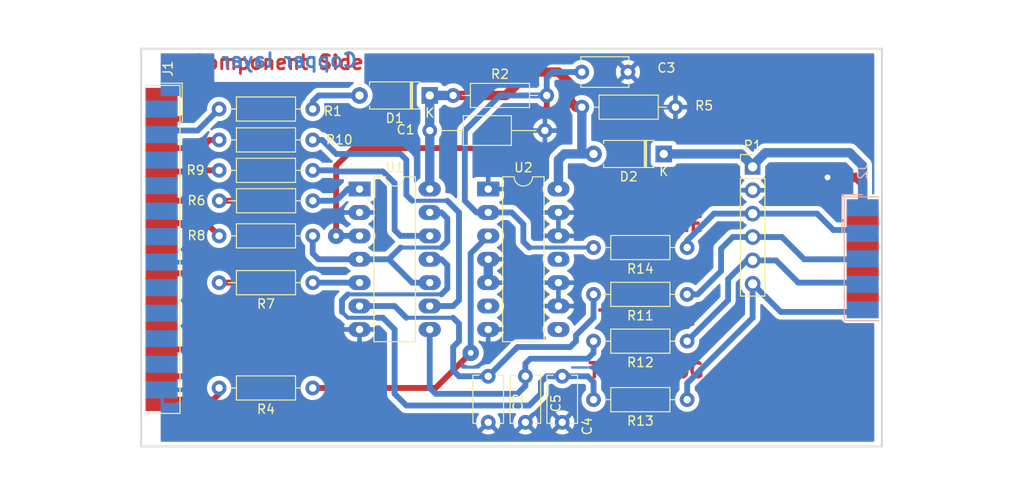
<source format=kicad_pcb>
(kicad_pcb (version 20221018) (generator pcbnew)
  (title_block (rev "1") (company "Kicad Demo"))
  (layers (0 "F.Cu" signal "top_copper") (31 "B.Cu" signal "bottom_copper") (34 "B.Paste" user) (35 "F.Paste" user) (36 "B.SilkS" user "B.Silkscreen") (37 "F.SilkS" user "F.Silkscreen") (38 "B.Mask" user) (39 "F.Mask" user) (44 "Edge.Cuts" user))
  (net 0 "")
  (net 1 "/CLK-D1")
  (net 2 "/CTRL-D3")
  (net 3 "/DONE-SELECT*")
  (net 4 "/PWR_3,3-5V")
  (net 5 "/TCK-CCLK")
  (net 6 "/TD0-DONE")
  (net 7 "/TD0-PROG-D4")
  (net 8 "/TDI-DIN")
  (net 9 "/TDI-DIN-D0")
  (net 10 "/TMS-PROG")
  (net 11 "/TMS-PROG-D2")
  (net 12 "/VCC_SENSE-ERROR*")
  (net 13 "GND")
  (net 14 "VCC")
  (net 15 "Net-(C3-Pad1)")
  (net 16 "Net-(R4-Pad1)")
  (net 20 "Net-(R6-Pad1)")
  (net 21 "Net-(R8-Pad1)")
  (net 22 "Net-(R7-Pad1)")
  (net 23 "Net-(C2-Pad1)")
  (net 24 "Net-(C5-Pad1)")
  (net 25 "Net-(R10-Pad1)")
  (net 26 "Net-(C4-Pad1)")
  (net 27 "Net-(R9-Pad1)")
  (net 28 "Net-(D1-Pad2)")
  (net 29 "Net-(J1-Pad11)")
  (footprint "Resistor_THT:R_Axial_DIN0207_L6.3mm_D2.5mm_P10.16mm_Horizontal" (layer "F.Cu") (at 162.56 88.9 180)
    (fp_text reference "R14" (at 5.08 -2.31 180) (layer "F.SilkS"))
    (fp_text value "100")
    (fp_line (start 0.98 0) (end 1.87 0) (stroke (width 0.12)) (layer "F.SilkS"))
    (fp_line (start 1.87 -1.31) (end 1.87 1.31) (stroke (width 0.12)) (layer "F.SilkS"))
    (fp_line (start 1.87 1.31) (end 8.29 1.31) (stroke (width 0.12)) (layer "F.SilkS"))
    (fp_line (start 8.29 -1.31) (end 1.87 -1.31) (stroke (width 0.12)) (layer "F.SilkS"))
    (fp_line (start 8.29 1.31) (end 8.29 -1.31) (stroke (width 0.12)) (layer "F.SilkS"))
    (fp_line (start 9.18 0) (end 8.29 0) (stroke (width 0.12)) (layer "F.SilkS"))
    (pad "1" thru_hole circle (at 0 0 180) (size 1.6 1.6) (drill 0.8) (layers "*.Cu" "*.Mask") (net 6 "/TD0-DONE"))
    (pad "2" thru_hole oval (at 10.16 0 180) (size 1.6 1.6) (drill 0.8) (layers "*.Cu" "*.Mask") (net 15 "Net-(C3-Pad1)"))
  )
  (footprint "Resistor_THT:R_Axial_DIN0207_L6.3mm_D2.5mm_P10.16mm_Horizontal" (layer "F.Cu") (at 121.92 80.518 180)
    (fp_text reference "R9" (at 12.72 0.018 180) (layer "F.SilkS"))
    (fp_text value "100")
    (fp_line (start 0.98 0) (end 1.87 0) (stroke (width 0.12)) (layer "F.SilkS"))
    (fp_line (start 1.87 -1.31) (end 1.87 1.31) (stroke (width 0.12)) (layer "F.SilkS"))
    (fp_line (start 1.87 1.31) (end 8.29 1.31) (stroke (width 0.12)) (layer "F.SilkS"))
    (fp_line (start 8.29 -1.31) (end 1.87 -1.31) (stroke (width 0.12)) (layer "F.SilkS"))
    (fp_line (start 8.29 1.31) (end 8.29 -1.31) (stroke (width 0.12)) (layer "F.SilkS"))
    (fp_line (start 9.18 0) (end 8.29 0) (stroke (width 0.12)) (layer "F.SilkS"))
    (pad "1" thru_hole circle (at 0 0 180) (size 1.6 1.6) (drill 0.8) (layers "*.Cu" "*.Mask") (net 27 "Net-(R9-Pad1)"))
    (pad "2" thru_hole oval (at 10.16 0 180) (size 1.6 1.6) (drill 0.8) (layers "*.Cu" "*.Mask") (net 11 "/TMS-PROG-D2"))
  )
  (footprint "Resistor_THT:R_Axial_DIN0207_L6.3mm_D2.5mm_P10.16mm_Horizontal" (layer "F.Cu") (at 121.92 104.14 180)
    (fp_text reference "R4" (at 5.08 -2.31 180) (layer "F.SilkS"))
    (fp_text value "47")
    (fp_line (start 0.98 0) (end 1.87 0) (stroke (width 0.12)) (layer "F.SilkS"))
    (fp_line (start 1.87 -1.31) (end 1.87 1.31) (stroke (width 0.12)) (layer "F.SilkS"))
    (fp_line (start 1.87 1.31) (end 8.29 1.31) (stroke (width 0.12)) (layer "F.SilkS"))
    (fp_line (start 8.29 -1.31) (end 1.87 -1.31) (stroke (width 0.12)) (layer "F.SilkS"))
    (fp_line (start 8.29 1.31) (end 8.29 -1.31) (stroke (width 0.12)) (layer "F.SilkS"))
    (fp_line (start 9.18 0) (end 8.29 0) (stroke (width 0.12)) (layer "F.SilkS"))
    (pad "1" thru_hole circle (at 0 0 180) (size 1.6 1.6) (drill 0.8) (layers "*.Cu" "*.Mask") (net 16 "Net-(R4-Pad1)"))
    (pad "2" thru_hole oval (at 10.16 0 180) (size 1.6 1.6) (drill 0.8) (layers "*.Cu" "*.Mask") (net 3 "/DONE-SELECT*"))
  )
  (footprint "Resistor_THT:R_Axial_DIN0207_L6.3mm_D2.5mm_P10.16mm_Horizontal" (layer "F.Cu") (at 162.56 105.41 180)
    (fp_text reference "R13" (at 5.08 -2.31 180) (layer "F.SilkS"))
    (fp_text value "100")
    (fp_line (start 0.98 0) (end 1.87 0) (stroke (width 0.12)) (layer "F.SilkS"))
    (fp_line (start 1.87 -1.31) (end 1.87 1.31) (stroke (width 0.12)) (layer "F.SilkS"))
    (fp_line (start 1.87 1.31) (end 8.29 1.31) (stroke (width 0.12)) (layer "F.SilkS"))
    (fp_line (start 8.29 -1.31) (end 1.87 -1.31) (stroke (width 0.12)) (layer "F.SilkS"))
    (fp_line (start 8.29 1.31) (end 8.29 -1.31) (stroke (width 0.12)) (layer "F.SilkS"))
    (fp_line (start 9.18 0) (end 8.29 0) (stroke (width 0.12)) (layer "F.SilkS"))
    (pad "1" thru_hole circle (at 0 0 180) (size 1.6 1.6) (drill 0.8) (layers "*.Cu" "*.Mask") (net 10 "/TMS-PROG"))
    (pad "2" thru_hole oval (at 10.16 0 180) (size 1.6 1.6) (drill 0.8) (layers "*.Cu" "*.Mask") (net 26 "Net-(C4-Pad1)"))
  )
  (footprint "Resistor_THT:R_Axial_DIN0207_L6.3mm_D2.5mm_P10.16mm_Horizontal" (layer "F.Cu") (at 162.56 99.06 180)
    (fp_text reference "R12" (at 5.08 -2.31 180) (layer "F.SilkS"))
    (fp_text value "100")
    (fp_line (start 0.98 0) (end 1.87 0) (stroke (width 0.12)) (layer "F.SilkS"))
    (fp_line (start 1.87 -1.31) (end 1.87 1.31) (stroke (width 0.12)) (layer "F.SilkS"))
    (fp_line (start 1.87 1.31) (end 8.29 1.31) (stroke (width 0.12)) (layer "F.SilkS"))
    (fp_line (start 8.29 -1.31) (end 1.87 -1.31) (stroke (width 0.12)) (layer "F.SilkS"))
    (fp_line (start 8.29 1.31) (end 8.29 -1.31) (stroke (width 0.12)) (layer "F.SilkS"))
    (fp_line (start 9.18 0) (end 8.29 0) (stroke (width 0.12)) (layer "F.SilkS"))
    (pad "1" thru_hole circle (at 0 0 180) (size 1.6 1.6) (drill 0.8) (layers "*.Cu" "*.Mask") (net 5 "/TCK-CCLK"))
    (pad "2" thru_hole oval (at 10.16 0 180) (size 1.6 1.6) (drill 0.8) (layers "*.Cu" "*.Mask") (net 24 "Net-(C5-Pad1)"))
  )
  (footprint "Resistor_THT:R_Axial_DIN0207_L6.3mm_D2.5mm_P10.16mm_Horizontal" (layer "F.Cu") (at 162.56 93.98 180)
    (fp_text reference "R11" (at 5.08 -2.31 180) (layer "F.SilkS"))
    (fp_text value "100")
    (fp_line (start 0.98 0) (end 1.87 0) (stroke (width 0.12)) (layer "F.SilkS"))
    (fp_line (start 1.87 -1.31) (end 1.87 1.31) (stroke (width 0.12)) (layer "F.SilkS"))
    (fp_line (start 1.87 1.31) (end 8.29 1.31) (stroke (width 0.12)) (layer "F.SilkS"))
    (fp_line (start 8.29 -1.31) (end 1.87 -1.31) (stroke (width 0.12)) (layer "F.SilkS"))
    (fp_line (start 8.29 1.31) (end 8.29 -1.31) (stroke (width 0.12)) (layer "F.SilkS"))
    (fp_line (start 9.18 0) (end 8.29 0) (stroke (width 0.12)) (layer "F.SilkS"))
    (pad "1" thru_hole circle (at 0 0 180) (size 1.6 1.6) (drill 0.8) (layers "*.Cu" "*.Mask") (net 8 "/TDI-DIN"))
    (pad "2" thru_hole oval (at 10.16 0 180) (size 1.6 1.6) (drill 0.8) (layers "*.Cu" "*.Mask") (net 23 "Net-(C2-Pad1)"))
  )
  (footprint "Resistor_THT:R_Axial_DIN0207_L6.3mm_D2.5mm_P10.16mm_Horizontal" (layer "F.Cu") (at 121.92 87.63 180)
    (fp_text reference "R8" (at 12.62 0.03 180) (layer "F.SilkS"))
    (fp_text value "100")
    (fp_line (start 0.98 0) (end 1.87 0) (stroke (width 0.12)) (layer "F.SilkS"))
    (fp_line (start 1.87 -1.31) (end 1.87 1.31) (stroke (width 0.12)) (layer "F.SilkS"))
    (fp_line (start 1.87 1.31) (end 8.29 1.31) (stroke (width 0.12)) (layer "F.SilkS"))
    (fp_line (start 8.29 -1.31) (end 1.87 -1.31) (stroke (width 0.12)) (layer "F.SilkS"))
    (fp_line (start 8.29 1.31) (end 8.29 -1.31) (stroke (width 0.12)) (layer "F.SilkS"))
    (fp_line (start 9.18 0) (end 8.29 0) (stroke (width 0.12)) (layer "F.SilkS"))
    (pad "1" thru_hole circle (at 0 0 180) (size 1.6 1.6) (drill 0.8) (layers "*.Cu" "*.Mask") (net 21 "Net-(R8-Pad1)"))
    (pad "2" thru_hole oval (at 10.16 0 180) (size 1.6 1.6) (drill 0.8) (layers "*.Cu" "*.Mask") (net 2 "/CTRL-D3"))
  )
  (footprint "Resistor_THT:R_Axial_DIN0207_L6.3mm_D2.5mm_P10.16mm_Horizontal" (layer "F.Cu") (at 121.92 92.71 180)
    (fp_text reference "R7" (at 5.08 -2.31 180) (layer "F.SilkS"))
    (fp_text value "100")
    (fp_line (start 0.98 0) (end 1.87 0) (stroke (width 0.12)) (layer "F.SilkS"))
    (fp_line (start 1.87 -1.31) (end 1.87 1.31) (stroke (width 0.12)) (layer "F.SilkS"))
    (fp_line (start 1.87 1.31) (end 8.29 1.31) (stroke (width 0.12)) (layer "F.SilkS"))
    (fp_line (start 8.29 -1.31) (end 1.87 -1.31) (stroke (width 0.12)) (layer "F.SilkS"))
    (fp_line (start 8.29 1.31) (end 8.29 -1.31) (stroke (width 0.12)) (layer "F.SilkS"))
    (fp_line (start 9.18 0) (end 8.29 0) (stroke (width 0.12)) (layer "F.SilkS"))
    (pad "1" thru_hole circle (at 0 0 180) (size 1.6 1.6) (drill 0.8) (layers "*.Cu" "*.Mask") (net 22 "Net-(R7-Pad1)"))
    (pad "2" thru_hole oval (at 10.16 0 180) (size 1.6 1.6) (drill 0.8) (layers "*.Cu" "*.Mask") (net 9 "/TDI-DIN-D0"))
  )
  (footprint "Resistor_THT:R_Axial_DIN0207_L6.3mm_D2.5mm_P10.16mm_Horizontal" (layer "F.Cu") (at 121.9327 83.82 180)
    (fp_text reference "R6" (at 12.6327 0.02 180) (layer "F.SilkS"))
    (fp_text value "100")
    (fp_line (start 0.98 0) (end 1.87 0) (stroke (width 0.12)) (layer "F.SilkS"))
    (fp_line (start 1.87 -1.31) (end 1.87 1.31) (stroke (width 0.12)) (layer "F.SilkS"))
    (fp_line (start 1.87 1.31) (end 8.29 1.31) (stroke (width 0.12)) (layer "F.SilkS"))
    (fp_line (start 8.29 -1.31) (end 1.87 -1.31) (stroke (width 0.12)) (layer "F.SilkS"))
    (fp_line (start 8.29 1.31) (end 8.29 -1.31) (stroke (width 0.12)) (layer "F.SilkS"))
    (fp_line (start 9.18 0) (end 8.29 0) (stroke (width 0.12)) (layer "F.SilkS"))
    (pad "1" thru_hole circle (at 0 0 180) (size 1.6 1.6) (drill 0.8) (layers "*.Cu" "*.Mask") (net 20 "Net-(R6-Pad1)"))
    (pad "2" thru_hole oval (at 10.16 0 180) (size 1.6 1.6) (drill 0.8) (layers "*.Cu" "*.Mask") (net 7 "/TD0-PROG-D4"))
  )
  (footprint "Resistor_THT:R_Axial_DIN0207_L6.3mm_D2.5mm_P10.16mm_Horizontal" (layer "F.Cu") (at 137.16 72.39)
    (fp_text reference "R2" (at 5.08 -2.31) (layer "F.SilkS"))
    (fp_text value "5,1K")
    (fp_line (start 0.98 0) (end 1.87 0) (stroke (width 0.12)) (layer "F.SilkS"))
    (fp_line (start 1.87 -1.31) (end 1.87 1.31) (stroke (width 0.12)) (layer "F.SilkS"))
    (fp_line (start 1.87 1.31) (end 8.29 1.31) (stroke (width 0.12)) (layer "F.SilkS"))
    (fp_line (start 8.29 -1.31) (end 1.87 -1.31) (stroke (width 0.12)) (layer "F.SilkS"))
    (fp_line (start 8.29 1.31) (end 8.29 -1.31) (stroke (width 0.12)) (layer "F.SilkS"))
    (fp_line (start 9.18 0) (end 8.29 0) (stroke (width 0.12)) (layer "F.SilkS"))
    (pad "1" thru_hole circle (at 0 0) (size 1.6 1.6) (drill 0.8) (layers "*.Cu" "*.Mask") (net 14 "VCC"))
    (pad "2" thru_hole oval (at 10.16 0) (size 1.6 1.6) (drill 0.8) (layers "*.Cu" "*.Mask") (net 15 "Net-(C3-Pad1)"))
  )
  (footprint "Resistor_THT:R_Axial_DIN0207_L6.3mm_D2.5mm_P10.16mm_Horizontal" (layer "F.Cu") (at 151.13 73.66)
    (fp_text reference "R5" (at 13.27 -0.16) (layer "F.SilkS"))
    (fp_text value "1K")
    (fp_line (start 0.98 0) (end 1.87 0) (stroke (width 0.12)) (layer "F.SilkS"))
    (fp_line (start 1.87 -1.31) (end 1.87 1.31) (stroke (width 0.12)) (layer "F.SilkS"))
    (fp_line (start 1.87 1.31) (end 8.29 1.31) (stroke (width 0.12)) (layer "F.SilkS"))
    (fp_line (start 8.29 -1.31) (end 1.87 -1.31) (stroke (width 0.12)) (layer "F.SilkS"))
    (fp_line (start 8.29 1.31) (end 8.29 -1.31) (stroke (width 0.12)) (layer "F.SilkS"))
    (fp_line (start 9.18 0) (end 8.29 0) (stroke (width 0.12)) (layer "F.SilkS"))
    (pad "1" thru_hole circle (at 0 0) (size 1.6 1.6) (drill 0.8) (layers "*.Cu" "*.Mask") (net 14 "VCC"))
    (pad "2" thru_hole oval (at 10.16 0) (size 1.6 1.6) (drill 0.8) (layers "*.Cu" "*.Mask") (net 13 "GND"))
  )
  (footprint "Resistor_THT:R_Axial_DIN0207_L6.3mm_D2.5mm_P10.16mm_Horizontal" (layer "F.Cu") (at 121.92 77.216 180)
    (fp_text reference "R10" (at -2.88 0.016 180) (layer "F.SilkS"))
    (fp_text value "100")
    (fp_line (start 0.98 0) (end 1.87 0) (stroke (width 0.12)) (layer "F.SilkS"))
    (fp_line (start 1.87 -1.31) (end 1.87 1.31) (stroke (width 0.12)) (layer "F.SilkS"))
    (fp_line (start 1.87 1.31) (end 8.29 1.31) (stroke (width 0.12)) (layer "F.SilkS"))
    (fp_line (start 8.29 -1.31) (end 1.87 -1.31) (stroke (width 0.12)) (layer "F.SilkS"))
    (fp_line (start 8.29 1.31) (end 8.29 -1.31) (stroke (width 0.12)) (layer "F.SilkS"))
    (fp_line (start 9.18 0) (end 8.29 0) (stroke (width 0.12)) (layer "F.SilkS"))
    (pad "1" thru_hole circle (at 0 0 180) (size 1.6 1.6) (drill 0.8) (layers "*.Cu" "*.Mask") (net 25 "Net-(R10-Pad1)"))
    (pad "2" thru_hole oval (at 10.16 0 180) (size 1.6 1.6) (drill 0.8) (layers "*.Cu" "*.Mask") (net 1 "/CLK-D1"))
  )
  (footprint "Diode_THT:D_A-405_P7.62mm_Horizontal" (layer "F.Cu") (at 160.02 78.74 180)
    (fp_text reference "D2" (at 3.81 -2.47 180) (layer "F.SilkS"))
    (fp_text value "BAT46")
    (fp_text user "K" (at 0 -1.9 180) (layer "F.SilkS"))
    (fp_line (start 1.09 -1.47) (end 6.53 -1.47) (stroke (width 0.12)) (layer "F.SilkS"))
    (fp_line (start 1.09 -1.14) (end 1.09 -1.47) (stroke (width 0.12)) (layer "F.SilkS"))
    (fp_line (start 1.09 1.14) (end 1.09 1.47) (stroke (width 0.12)) (layer "F.SilkS"))
    (fp_line (start 1.09 1.47) (end 6.53 1.47) (stroke (width 0.12)) (layer "F.SilkS"))
    (fp_line (start 1.87 -1.47) (end 1.87 1.47) (stroke (width 0.12)) (layer "F.SilkS"))
    (fp_line (start 1.99 -1.47) (end 1.99 1.47) (stroke (width 0.12)) (layer "F.SilkS"))
    (fp_line (start 2.11 -1.47) (end 2.11 1.47) (stroke (width 0.12)) (layer "F.SilkS"))
    (fp_line (start 6.53 -1.47) (end 6.53 -1.14) (stroke (width 0.12)) (layer "F.SilkS"))
    (fp_line (start 6.53 1.47) (end 6.53 1.14) (stroke (width 0.12)) (layer "F.SilkS"))
    (pad "1" thru_hole rect (at 0 0 180) (size 1.8 1.8) (drill 0.9) (layers "*.Cu" "*.Mask") (net 4 "/PWR_3,3-5V"))
    (pad "2" thru_hole oval (at 7.62 0 180) (size 1.8 1.8) (drill 0.9) (layers "*.Cu" "*.Mask") (net 14 "VCC"))
  )
  (footprint "Diode_THT:D_A-405_P7.62mm_Horizontal" (layer "F.Cu") (at 134.62 72.39 180)
    (fp_text reference "D1" (at 3.81 -2.47 180) (layer "F.SilkS"))
    (fp_text value "BAT46")
    (fp_text user "K" (at 0 -1.9 180) (layer "F.SilkS"))
    (fp_line (start 1.09 -1.47) (end 6.53 -1.47) (stroke (width 0.12)) (layer "F.SilkS"))
    (fp_line (start 1.09 -1.14) (end 1.09 -1.47) (stroke (width 0.12)) (layer "F.SilkS"))
    (fp_line (start 1.09 1.14) (end 1.09 1.47) (stroke (width 0.12)) (layer "F.SilkS"))
    (fp_line (start 1.09 1.47) (end 6.53 1.47) (stroke (width 0.12)) (layer "F.SilkS"))
    (fp_line (start 1.87 -1.47) (end 1.87 1.47) (stroke (width 0.12)) (layer "F.SilkS"))
    (fp_line (start 1.99 -1.47) (end 1.99 1.47) (stroke (width 0.12)) (layer "F.SilkS"))
    (fp_line (start 2.11 -1.47) (end 2.11 1.47) (stroke (width 0.12)) (layer "F.SilkS"))
    (fp_line (start 6.53 -1.47) (end 6.53 -1.14) (stroke (width 0.12)) (layer "F.SilkS"))
    (fp_line (start 6.53 1.47) (end 6.53 1.14) (stroke (width 0.12)) (layer "F.SilkS"))
    (pad "1" thru_hole rect (at 0 0 180) (size 1.8 1.8) (drill 0.9) (layers "*.Cu" "*.Mask") (net 14 "VCC"))
    (pad "2" thru_hole oval (at 7.62 0 180) (size 1.8 1.8) (drill 0.9) (layers "*.Cu" "*.Mask") (net 28 "Net-(D1-Pad2)"))
  )
  (footprint "Resistor_THT:R_Axial_DIN0207_L6.3mm_D2.5mm_P10.16mm_Horizontal" (layer "F.Cu") (at 121.92 73.8632 180)
    (fp_text reference "R1" (at -2.18 -0.2368 180) (layer "F.SilkS"))
    (fp_text value "100")
    (fp_line (start 0.98 0) (end 1.87 0) (stroke (width 0.12)) (layer "F.SilkS"))
    (fp_line (start 1.87 -1.31) (end 1.87 1.31) (stroke (width 0.12)) (layer "F.SilkS"))
    (fp_line (start 1.87 1.31) (end 8.29 1.31) (stroke (width 0.12)) (layer "F.SilkS"))
    (fp_line (start 8.29 -1.31) (end 1.87 -1.31) (stroke (width 0.12)) (layer "F.SilkS"))
    (fp_line (start 8.29 1.31) (end 8.29 -1.31) (stroke (width 0.12)) (layer "F.SilkS"))
    (fp_line (start 9.18 0) (end 8.29 0) (stroke (width 0.12)) (layer "F.SilkS"))
    (pad "1" thru_hole circle (at 0 0 180) (size 1.6 1.6) (drill 0.8) (layers "*.Cu" "*.Mask") (net 28 "Net-(D1-Pad2)"))
    (pad "2" thru_hole oval (at 10.16 0 180) (size 1.6 1.6) (drill 0.8) (layers "*.Cu" "*.Mask") (net 12 "/VCC_SENSE-ERROR*"))
  )
  (footprint "Capacitor_THT:C_Axial_L5.1mm_D3.1mm_P12.50mm_Horizontal" (layer "F.Cu") (at 134.62 76.2)
    (fp_text reference "C1" (at -2.62 -0.1) (layer "F.SilkS"))
    (fp_text value "1uF")
    (fp_line (start 0.98 0) (end 3.64 0) (stroke (width 0.12)) (layer "F.SilkS"))
    (fp_line (start 3.64 -1.61) (end 3.64 1.61) (stroke (width 0.12)) (layer "F.SilkS"))
    (fp_line (start 3.64 1.61) (end 8.86 1.61) (stroke (width 0.12)) (layer "F.SilkS"))
    (fp_line (start 8.86 -1.61) (end 3.64 -1.61) (stroke (width 0.12)) (layer "F.SilkS"))
    (fp_line (start 8.86 1.61) (end 8.86 -1.61) (stroke (width 0.12)) (layer "F.SilkS"))
    (fp_line (start 11.52 0) (end 8.86 0) (stroke (width 0.12)) (layer "F.SilkS"))
    (pad "1" thru_hole circle (at 0 0) (size 1.6 1.6) (drill 0.8) (layers "*.Cu" "*.Mask") (net 14 "VCC"))
    (pad "2" thru_hole oval (at 12.5 0) (size 1.6 1.6) (drill 0.8) (layers "*.Cu" "*.Mask") (net 13 "GND"))
  )
  (footprint "Connector_PinHeader_2.54mm:PinHeader_1x06_P2.54mm_Vertical" (layer "F.Cu") (at 169.672 80.137)
    (fp_text reference "P1" (at 0 -2.33) (layer "F.SilkS"))
    (fp_text value "CONN_6")
    (fp_line (start -1.33 -1.33) (end 0 -1.33) (stroke (width 0.12)) (layer "F.SilkS"))
    (fp_line (start -1.33 0) (end -1.33 -1.33) (stroke (width 0.12)) (layer "F.SilkS"))
    (fp_line (start -1.33 1.27) (end -1.33 14.03) (stroke (width 0.12)) (layer "F.SilkS"))
    (fp_line (start -1.33 1.27) (end 1.33 1.27) (stroke (width 0.12)) (layer "F.SilkS"))
    (fp_line (start -1.33 14.03) (end 1.33 14.03) (stroke (width 0.12)) (layer "F.SilkS"))
    (fp_line (start 1.33 1.27) (end 1.33 14.03) (stroke (width 0.12)) (layer "F.SilkS"))
    (pad "1" thru_hole rect (at 0 0) (size 1.7 1.7) (drill 1) (layers "*.Cu" "*.Mask") (net 4 "/PWR_3,3-5V"))
    (pad "2" thru_hole oval (at 0 2.54) (size 1.7 1.7) (drill 1) (layers "*.Cu" "*.Mask") (net 13 "GND"))
    (pad "3" thru_hole oval (at 0 5.08) (size 1.7 1.7) (drill 1) (layers "*.Cu" "*.Mask") (net 6 "/TD0-DONE"))
    (pad "4" thru_hole oval (at 0 7.62) (size 1.7 1.7) (drill 1) (layers "*.Cu" "*.Mask") (net 8 "/TDI-DIN"))
    (pad "5" thru_hole oval (at 0 10.16) (size 1.7 1.7) (drill 1) (layers "*.Cu" "*.Mask") (net 5 "/TCK-CCLK"))
    (pad "6" thru_hole oval (at 0 12.7) (size 1.7 1.7) (drill 1) (layers "*.Cu" "*.Mask") (net 10 "/TMS-PROG"))
  )
  (footprint "Package_DIP:DIP-14_W7.62mm_LongPads" (layer "F.Cu") (at 140.97 82.55)
    (fp_text reference "U2" (at 3.81 -2.33) (layer "F.SilkS"))
    (fp_text value "74LS125")
    (fp_line (start 1.56 -1.33) (end 1.56 16.57) (stroke (width 0.12)) (layer "F.SilkS"))
    (fp_line (start 1.56 16.57) (end 6.06 16.57) (stroke (width 0.12)) (layer "F.SilkS"))
    (fp_line (start 2.81 -1.33) (end 1.56 -1.33) (stroke (width 0.12)) (layer "F.SilkS"))
    (fp_line (start 6.06 -1.33) (end 4.81 -1.33) (stroke (width 0.12)) (layer "F.SilkS"))
    (fp_line (start 6.06 16.57) (end 6.06 -1.33) (stroke (width 0.12)) (layer "F.SilkS"))
    (fp_arc (start 4.81 -1.33) (mid 3.81 -0.33) (end 2.81 -1.33) (stroke (width 0.12)) (layer "F.SilkS"))
    (pad "1" thru_hole rect (at 0 0) (size 2.4 1.6) (drill 0.8) (layers "*.Cu" "*.Mask") (net 13 "GND"))
    (pad "2" thru_hole oval (at 0 2.54) (size 2.4 1.6) (drill 0.8) (layers "*.Cu" "*.Mask") (net 15 "Net-(C3-Pad1)"))
    (pad "3" thru_hole oval (at 0 5.08) (size 2.4 1.6) (drill 0.8) (layers "*.Cu" "*.Mask") (net 16 "Net-(R4-Pad1)"))
    (pad "4" thru_hole oval (at 0 7.62) (size 2.4 1.6) (drill 0.8) (layers "*.Cu" "*.Mask") (net 13 "GND"))
    (pad "5" thru_hole oval (at 0 10.16) (size 2.4 1.6) (drill 0.8) (layers "*.Cu" "*.Mask") (net 13 "GND"))
    (pad "6" thru_hole oval (at 0 12.7) (size 2.4 1.6) (drill 0.8) (layers "*.Cu" "*.Mask"))
    (pad "7" thru_hole oval (at 0 15.24) (size 2.4 1.6) (drill 0.8) (layers "*.Cu" "*.Mask") (net 13 "GND"))
    (pad "8" thru_hole oval (at 7.62 15.24) (size 2.4 1.6) (drill 0.8) (layers "*.Cu" "*.Mask"))
    (pad "9" thru_hole oval (at 7.62 12.7) (size 2.4 1.6) (drill 0.8) (layers "*.Cu" "*.Mask") (net 13 "GND"))
    (pad "10" thru_hole oval (at 7.62 10.16) (size 2.4 1.6) (drill 0.8) (layers "*.Cu" "*.Mask") (net 13 "GND"))
    (pad "11" thru_hole oval (at 7.62 7.62) (size 2.4 1.6) (drill 0.8) (layers "*.Cu" "*.Mask"))
    (pad "12" thru_hole oval (at 7.62 5.08) (size 2.4 1.6) (drill 0.8) (layers "*.Cu" "*.Mask") (net 13 "GND"))
    (pad "13" thru_hole oval (at 7.62 2.54) (size 2.4 1.6) (drill 0.8) (layers "*.Cu" "*.Mask") (net 13 "GND"))
    (pad "14" thru_hole oval (at 7.62 0) (size 2.4 1.6) (drill 0.8) (layers "*.Cu" "*.Mask") (net 14 "VCC"))
  )
  (footprint "Package_DIP:DIP-14_W7.62mm_LongPads" (layer "F.Cu") (at 127 82.55)
    (fp_text reference "U1" (at 3.81 -2.33) (layer "F.SilkS"))
    (fp_text value "74LS125")
    (fp_line (start 1.56 -1.33) (end 1.56 16.57) (stroke (width 0.12)) (layer "F.SilkS"))
    (fp_line (start 1.56 16.57) (end 6.06 16.57) (stroke (width 0.12)) (layer "F.SilkS"))
    (fp_line (start 2.81 -1.33) (end 1.56 -1.33) (stroke (width 0.12)) (layer "F.SilkS"))
    (fp_line (start 6.06 -1.33) (end 4.81 -1.33) (stroke (width 0.12)) (layer "F.SilkS"))
    (fp_line (start 6.06 16.57) (end 6.06 -1.33) (stroke (width 0.12)) (layer "F.SilkS"))
    (fp_arc (start 4.81 -1.33) (mid 3.81 -0.33) (end 2.81 -1.33) (stroke (width 0.12)) (layer "F.SilkS"))
    (pad "1" thru_hole rect (at 0 0) (size 2.4 1.6) (drill 0.8) (layers "*.Cu" "*.Mask") (net 20 "Net-(R6-Pad1)"))
    (pad "2" thru_hole oval (at 0 2.54) (size 2.4 1.6) (drill 0.8) (layers "*.Cu" "*.Mask") (net 13 "GND"))
    (pad "3" thru_hole oval (at 0 5.08) (size 2.4 1.6) (drill 0.8) (layers "*.Cu" "*.Mask") (net 15 "Net-(C3-Pad1)"))
    (pad "4" thru_hole oval (at 0 7.62) (size 2.4 1.6) (drill 0.8) (layers "*.Cu" "*.Mask") (net 21 "Net-(R8-Pad1)"))
    (pad "5" thru_hole oval (at 0 10.16) (size 2.4 1.6) (drill 0.8) (layers "*.Cu" "*.Mask") (net 22 "Net-(R7-Pad1)"))
    (pad "6" thru_hole oval (at 0 12.7) (size 2.4 1.6) (drill 0.8) (layers "*.Cu" "*.Mask") (net 23 "Net-(C2-Pad1)"))
    (pad "7" thru_hole oval (at 0 15.24) (size 2.4 1.6) (drill 0.8) (layers "*.Cu" "*.Mask") (net 13 "GND"))
    (pad "8" thru_hole oval (at 7.62 15.24) (size 2.4 1.6) (drill 0.8) (layers "*.Cu" "*.Mask") (net 24 "Net-(C5-Pad1)"))
    (pad "9" thru_hole oval (at 7.62 12.7) (size 2.4 1.6) (drill 0.8) (layers "*.Cu" "*.Mask") (net 25 "Net-(R10-Pad1)"))
    (pad "10" thru_hole oval (at 7.62 10.16) (size 2.4 1.6) (drill 0.8) (layers "*.Cu" "*.Mask") (net 21 "Net-(R8-Pad1)"))
    (pad "11" thru_hole oval (at 7.62 7.62) (size 2.4 1.6) (drill 0.8) (layers "*.Cu" "*.Mask") (net 26 "Net-(C4-Pad1)"))
    (pad "12" thru_hole oval (at 7.62 5.08) (size 2.4 1.6) (drill 0.8) (layers "*.Cu" "*.Mask") (net 27 "Net-(R9-Pad1)"))
    (pad "13" thru_hole oval (at 7.62 2.54) (size 2.4 1.6) (drill 0.8) (layers "*.Cu" "*.Mask") (net 21 "Net-(R8-Pad1)"))
    (pad "14" thru_hole oval (at 7.62 0) (size 2.4 1.6) (drill 0.8) (layers "*.Cu" "*.Mask") (net 14 "VCC"))
  )
  (footprint "Capacitor_THT:C_Disc_D5.1mm_W3.2mm_P5.00mm" (layer "F.Cu") (at 145 102.87 -90)
    (fp_text reference "C5" (at 2.93 -3.3 -90) (layer "F.SilkS"))
    (fp_text value "100pF")
    (fp_line (start -0.11 -1.66) (end -0.11 -0.996) (stroke (width 0.12)) (layer "F.SilkS"))
    (fp_line (start -0.11 -1.66) (end 5.11 -1.66) (stroke (width 0.12)) (layer "F.SilkS"))
    (fp_line (start -0.11 0.996) (end -0.11 1.66) (stroke (width 0.12)) (layer "F.SilkS"))
    (fp_line (start -0.11 1.66) (end 5.11 1.66) (stroke (width 0.12)) (layer "F.SilkS"))
    (fp_line (start 5.11 -1.66) (end 5.11 -0.996) (stroke (width 0.12)) (layer "F.SilkS"))
    (fp_line (start 5.11 0.996) (end 5.11 1.66) (stroke (width 0.12)) (layer "F.SilkS"))
    (pad "1" thru_hole circle (at 0 0 270) (size 1.6 1.6) (drill 0.8) (layers "*.Cu" "*.Mask") (net 24 "Net-(C5-Pad1)"))
    (pad "2" thru_hole circle (at 5 0 270) (size 1.6 1.6) (drill 0.8) (layers "*.Cu" "*.Mask") (net 13 "GND"))
  )
  (footprint "Capacitor_THT:C_Disc_D5.1mm_W3.2mm_P5.00mm" (layer "F.Cu") (at 149 102.87 -90)
    (fp_text reference "C4" (at 5.43 -2.7 -90) (layer "F.SilkS"))
    (fp_text value "100pF")
    (fp_line (start -0.11 -1.66) (end -0.11 -0.996) (stroke (width 0.12)) (layer "F.SilkS"))
    (fp_line (start -0.11 -1.66) (end 5.11 -1.66) (stroke (width 0.12)) (layer "F.SilkS"))
    (fp_line (start -0.11 0.996) (end -0.11 1.66) (stroke (width 0.12)) (layer "F.SilkS"))
    (fp_line (start -0.11 1.66) (end 5.11 1.66) (stroke (width 0.12)) (layer "F.SilkS"))
    (fp_line (start 5.11 -1.66) (end 5.11 -0.996) (stroke (width 0.12)) (layer "F.SilkS"))
    (fp_line (start 5.11 0.996) (end 5.11 1.66) (stroke (width 0.12)) (layer "F.SilkS"))
    (pad "1" thru_hole circle (at 0 0 270) (size 1.6 1.6) (drill 0.8) (layers "*.Cu" "*.Mask") (net 26 "Net-(C4-Pad1)"))
    (pad "2" thru_hole circle (at 5 0 270) (size 1.6 1.6) (drill 0.8) (layers "*.Cu" "*.Mask") (net 13 "GND"))
  )
  (footprint "Capacitor_THT:C_Disc_D5.1mm_W3.2mm_P5.00mm" (layer "F.Cu") (at 151.13 69.85)
    (fp_text reference "C3" (at 9.17 -0.45) (layer "F.SilkS"))
    (fp_text value "100pF")
    (fp_line (start -0.11 -1.66) (end -0.11 -0.996) (stroke (width 0.12)) (layer "F.SilkS"))
    (fp_line (start -0.11 -1.66) (end 5.11 -1.66) (stroke (width 0.12)) (layer "F.SilkS"))
    (fp_line (start -0.11 0.996) (end -0.11 1.66) (stroke (width 0.12)) (layer "F.SilkS"))
    (fp_line (start -0.11 1.66) (end 5.11 1.66) (stroke (width 0.12)) (layer "F.SilkS"))
    (fp_line (start 5.11 -1.66) (end 5.11 -0.996) (stroke (width 0.12)) (layer "F.SilkS"))
    (fp_line (start 5.11 0.996) (end 5.11 1.66) (stroke (width 0.12)) (layer "F.SilkS"))
    (pad "1" thru_hole circle (at 0 0) (size 1.6 1.6) (drill 0.8) (layers "*.Cu" "*.Mask") (net 15 "Net-(C3-Pad1)"))
    (pad "2" thru_hole circle (at 5 0) (size 1.6 1.6) (drill 0.8) (layers "*.Cu" "*.Mask") (net 13 "GND"))
  )
  (footprint "Capacitor_THT:C_Disc_D5.1mm_W3.2mm_P5.00mm" (layer "F.Cu") (at 140.97 102.87 -90)
    (fp_text reference "C2" (at 2.83 -3.23 -90) (layer "F.SilkS"))
    (fp_text value "100pF")
    (fp_line (start -0.11 -1.66) (end -0.11 -0.996) (stroke (width 0.12)) (layer "F.SilkS"))
    (fp_line (start -0.11 -1.66) (end 5.11 -1.66) (stroke (width 0.12)) (layer "F.SilkS"))
    (fp_line (start -0.11 0.996) (end -0.11 1.66) (stroke (width 0.12)) (layer "F.SilkS"))
    (fp_line (start -0.11 1.66) (end 5.11 1.66) (stroke (width 0.12)) (layer "F.SilkS"))
    (fp_line (start 5.11 -1.66) (end 5.11 -0.996) (stroke (width 0.12)) (layer "F.SilkS"))
    (fp_line (start 5.11 0.996) (end 5.11 1.66) (stroke (width 0.12)) (layer "F.SilkS"))
    (pad "1" thru_hole circle (at 0 0 270) (size 1.6 1.6) (drill 0.8) (layers "*.Cu" "*.Mask") (net 23 "Net-(C2-Pad1)"))
    (pad "2" thru_hole circle (at 5 0 270) (size 1.6 1.6) (drill 0.8) (layers "*.Cu" "*.Mask") (net 13 "GND"))
  )
  (footprint "Connector_Dsub:DSUB-25_Male_EdgeMount_P2.77mm" (layer "F.Cu") (at 105.5116 89.1032 -90)
    (fp_text reference "J1" (at -19.6032 -0.6884 -90) (layer "F.SilkS"))
    (fp_text value "DB25MALE")
    (fp_line (start -18.043333 -2.24) (end -13.85 -2.24) (stroke (width 0.12)) (layer "F.SilkS"))
    (fp_line (start -18.043333 0) (end -18.043333 -2.24) (stroke (width 0.12)) (layer "F.SilkS"))
    (fp_line (start -17.803333 -2) (end -17.803333 1.74) (stroke (width 0.12)) (layer "F.SilkS"))
    (fp_line (start 17.803333 -2) (end -17.803333 -2) (stroke (width 0.12)) (layer "F.SilkS"))
    (fp_line (start 17.803333 1.74) (end 17.803333 -2) (stroke (width 0.12)) (layer "F.SilkS"))
    (pad "1" smd rect (at -16.62 0 270) (size 1.846667 3.48) (layers "F.Cu" "F.Paste" "F.Mask"))
    (pad "2" smd rect (at -13.85 0 270) (size 1.846667 3.48) (layers "F.Cu" "F.Paste" "F.Mask") (net 9 "/TDI-DIN-D0"))
    (pad "3" smd rect (at -11.08 0 270) (size 1.846667 3.48) (layers "F.Cu" "F.Paste" "F.Mask") (net 1 "/CLK-D1"))
    (pad "4" smd rect (at -8.31 0 270) (size 1.846667 3.48) (layers "F.Cu" "F.Paste" "F.Mask") (net 11 "/TMS-PROG-D2"))
    (pad "5" smd rect (at -5.54 0 270) (size 1.846667 3.48) (layers "F.Cu" "F.Paste" "F.Mask") (net 2 "/CTRL-D3"))
    (pad "6" smd rect (at -2.77 0 270) (size 1.846667 3.48) (layers "F.Cu" "F.Paste" "F.Mask") (net 7 "/TD0-PROG-D4"))
    (pad "7" smd rect (at 0 0 270) (size 1.846667 3.48) (layers "F.Cu" "F.Paste" "F.Mask"))
    (pad "8" smd rect (at 2.77 0 270) (size 1.846667 3.48) (layers "F.Cu" "F.Paste" "F.Mask") (net 29 "Net-(J1-Pad11)"))
    (pad "9" smd rect (at 5.54 0 270) (size 1.846667 3.48) (layers "F.Cu" "F.Paste" "F.Mask"))
    (pad "10" smd rect (at 8.31 0 270) (size 1.846667 3.48) (layers "F.Cu" "F.Paste" "F.Mask"))
    (pad "11" smd rect (at 11.08 0 270) (size 1.846667 3.48) (layers "F.Cu" "F.Paste" "F.Mask") (net 29 "Net-(J1-Pad11)"))
    (pad "12" smd rect (at 13.85 0 270) (size 1.846667 3.48) (layers "F.Cu" "F.Paste" "F.Mask") (net 29 "Net-(J1-Pad11)"))
    (pad "13" smd rect (at 16.62 0 270) (size 1.846667 3.48) (layers "F.Cu" "F.Paste" "F.Mask") (net 3 "/DONE-SELECT*"))
    (pad "14" smd rect (at -15.235 0 270) (size 1.846667 3.48) (layers "B.Cu" "B.Paste" "B.Mask"))
    (pad "15" smd rect (at -12.465 0 270) (size 1.846667 3.48) (layers "B.Cu" "B.Paste" "B.Mask") (net 12 "/VCC_SENSE-ERROR*"))
    (pad "16" smd rect (at -9.695 0 270) (size 1.846667 3.48) (layers "B.Cu" "B.Paste" "B.Mask"))
    (pad "17" smd rect (at -6.925 0 270) (size 1.846667 3.48) (layers "B.Cu" "B.Paste" "B.Mask"))
    (pad "18" smd rect (at -4.155 0 270) (size 1.846667 3.48) (layers "B.Cu" "B.Paste" "B.Mask"))
    (pad "19" smd rect (at -1.385 0 270) (size 1.846667 3.48) (layers "B.Cu" "B.Paste" "B.Mask"))
    (pad "20" smd rect (at 1.385 0 270) (size 1.846667 3.48) (layers "B.Cu" "B.Paste" "B.Mask") (net 13 "GND"))
    (pad "21" smd rect (at 4.155 0 270) (size 1.846667 3.48) (layers "B.Cu" "B.Paste" "B.Mask"))
    (pad "22" smd rect (at 6.925 0 270) (size 1.846667 3.48) (layers "B.Cu" "B.Paste" "B.Mask"))
    (pad "23" smd rect (at 9.695 0 270) (size 1.846667 3.48) (layers "B.Cu" "B.Paste" "B.Mask"))
    (pad "24" smd rect (at 12.465 0 270) (size 1.846667 3.48) (layers "B.Cu" "B.Paste" "B.Mask"))
    (pad "25" smd rect (at 15.235 0 270) (size 1.846667 3.48) (layers "B.Cu" "B.Paste" "B.Mask") (net 13 "GND"))
  )
  (footprint "Connector_Dsub:DSUB-9_Male_EdgeMount_P2.77mm" (layer "B.Cu") (at 181.61 90.1192 -90)
    (fp_text reference "J2" (at -9.463333 0 -90) (layer "B.SilkS") (effects (justify mirror)))
    (fp_text value "DB9MALE")
    (fp_line (start -6.963333 0) (end -6.963333 2.24) (stroke (width 0.12)) (layer "B.SilkS"))
    (fp_line (start -6.963333 2.24) (end -2.77 2.24) (stroke (width 0.12)) (layer "B.SilkS"))
    (fp_line (start -6.723333 2) (end -6.723333 -1.74) (stroke (width 0.12)) (layer "B.SilkS"))
    (fp_line (start 6.723333 -1.74) (end 6.723333 2) (stroke (width 0.12)) (layer "B.SilkS"))
    (fp_line (start 6.723333 2) (end -6.723333 2) (stroke (width 0.12)) (layer "B.SilkS"))
    (pad "1" smd rect (at -5.54 0 270) (size 1.846667 3.48) (layers "B.Cu" "B.Paste" "B.Mask") (net 4 "/PWR_3,3-5V"))
    (pad "2" smd rect (at -2.77 0 270) (size 1.846667 3.48) (layers "B.Cu" "B.Paste" "B.Mask") (net 6 "/TD0-DONE"))
    (pad "3" smd rect (at 0 0 270) (size 1.846667 3.48) (layers "B.Cu" "B.Paste" "B.Mask") (net 8 "/TDI-DIN"))
    (pad "4" smd rect (at 2.77 0 270) (size 1.846667 3.48) (layers "B.Cu" "B.Paste" "B.Mask") (net 5 "/TCK-CCLK"))
    (pad "5" smd rect (at 5.54 0 270) (size 1.846667 3.48) (layers "B.Cu" "B.Paste" "B.Mask") (net 10 "/TMS-PROG"))
    (pad "6" smd rect (at -4.155 0 270) (size 1.846667 3.48) (layers "F.Cu" "F.Paste" "F.Mask") (net 13 "GND"))
    (pad "7" smd rect (at -1.385 0 270) (size 1.846667 3.48) (layers "F.Cu" "F.Paste" "F.Mask") (net 13 "GND"))
    (pad "8" smd rect (at 1.385 0 270) (size 1.846667 3.48) (layers "F.Cu" "F.Paste" "F.Mask") (net 13 "GND"))
    (pad "9" smd rect (at 4.155 0 270) (size 1.846667 3.48) (layers "F.Cu" "F.Paste" "F.Mask") (net 13 "GND"))
  )
  (gr_line (start 103.3 110.49) (end 103.3 67.31) (stroke (width 0.2)) (layer "Edge.Cuts"))
  (gr_line (start 183.7 110.49) (end 103.3 110.49) (stroke (width 0.2)) (layer "Edge.Cuts"))
  (gr_line (start 103.3 67.31) (end 183.7 67.31) (stroke (width 0.2)) (layer "Edge.Cuts"))
  (gr_line (start 183.7 67.31) (end 183.7 110.49) (stroke (width 0.2)) (layer "Edge.Cuts"))
  (gr_text "TMS-PROG" (at 158.115 102.235) (layer "F.Cu") (effects (font (size 1.524 1.524) (thickness 0.381))))
  (gr_text "TDO-DONE" (at 158.115 86.36) (layer "F.Cu") (effects (font (size 1.524 1.524) (thickness 0.381))))
  (gr_text "GND" (at 162.56 81.28) (layer "F.Cu") (effects (font (size 1.524 1.524) (thickness 0.381))))
  (gr_text "TCK-CCL" (at 158.115 96.52) (layer "F.Cu") (effects (font (size 1.524 1.524) (thickness 0.381))))
  (gr_text "Component Side" (at 118.1 68.8) (layer "F.Cu") (effects (font (size 1.524 1.524) (thickness 0.3048))))
  (gr_text "VCC" (at 162.56 76.2) (layer "F.Cu") (effects (font (size 1.524 1.524) (thickness 0.381))))
  (gr_text "TDI-TIN" (at 158.115 91.44) (layer "F.Cu") (effects (font (size 1.524 1.524) (thickness 0.381))))
  (gr_text "Copper layer" (at 119.38 68.58) (layer "B.Cu") (effects (font (size 1.524 1.524) (thickness 0.3048)) (justify mirror)))
  (segment (start 109.855 78.105) (end 106.045 78.105) (width 0.635) (layer "F.Cu") (net 1))
  (segment (start 111.76 77.216) (end 110.744 77.216) (width 0.635) (layer "F.Cu") (net 1))
  (segment (start 106.045 78.105) (end 105.537 77.978) (width 0.635) (layer "F.Cu") (net 1))
  (segment (start 110.744 77.216) (end 109.855 78.105) (width 0.635) (layer "F.Cu") (net 1))
  (segment (start 109.22 83.82) (end 105.41 83.82) (width 0.635) (layer "F.Cu") (net 2))
  (segment (start 109.855 84.455) (end 109.22 83.82) (width 0.635) (layer "F.Cu") (net 2))
  (segment (start 111.76 87.63) (end 109.855 85.725) (width 0.635) (layer "F.Cu") (net 2))
  (segment (start 109.855 85.725) (end 109.855 84.455) (width 0.635) (layer "F.Cu") (net 2))
  (segment (start 105.41 83.82) (end 105.537 83.439) (width 0.635) (layer "F.Cu") (net 2))
  (segment (start 111.76 104.14) (end 111.76 104.775) (width 0.635) (layer "F.Cu") (net 3))
  (segment (start 111.76 104.775) (end 111.125 105.41) (width 0.635) (layer "F.Cu") (net 3))
  (segment (start 111.125 105.41) (end 105.537 105.41) (width 0.635) (layer "F.Cu") (net 3))
  (segment (start 181.61 80.01) (end 180.213 78.613) (width 1.016) (layer "B.Cu") (net 4))
  (segment (start 160.02 78.74) (end 168.40201 78.74) (width 1.016) (layer "B.Cu") (net 4))
  (segment (start 180.213 78.613) (end 171.050935 78.613) (width 1.016) (layer "B.Cu") (net 4))
  (segment (start 181.61 80.01) (end 181.61 84.582) (width 1.016) (layer "B.Cu") (net 4))
  (segment (start 171.050935 78.613) (end 169.599468 80.064467) (width 1.016) (layer "B.Cu") (net 4))
  (segment (start 168.40201 78.74) (end 169.672 80.00999) (width 1.016) (layer "B.Cu") (net 4))
  (segment (start 169.037 90.297) (end 167.005 92.329) (width 0.635) (layer "B.Cu") (net 5))
  (segment (start 181.61 92.71) (end 181.61 92.964) (width 0.635) (layer "B.Cu") (net 5))
  (segment (start 169.672 90.297) (end 169.037 90.297) (width 0.635) (layer "B.Cu") (net 5))
  (segment (start 174.625 92.71) (end 181.61 92.71) (width 0.635) (layer "B.Cu") (net 5))
  (segment (start 169.672 90.297) (end 172.212 90.297) (width 0.635) (layer "B.Cu") (net 5))
  (segment (start 167.005 92.329) (end 167.005 94.615) (width 0.635) (layer "B.Cu") (net 5))
  (segment (start 172.212 90.297) (end 174.625 92.71) (width 0.635) (layer "B.Cu") (net 5))
  (segment (start 167.005 94.615) (end 162.56 99.06) (width 0.635) (layer "B.Cu") (net 5))
  (segment (start 178.435 86.995) (end 180.975 86.995) (width 0.635) (layer "B.Cu") (net 6))
  (segment (start 180.975 86.995) (end 181.61 87.376) (width 0.635) (layer "B.Cu") (net 6))
  (segment (start 169.672 85.217) (end 176.657 85.217) (width 0.635) (layer "B.Cu") (net 6))
  (segment (start 162.56 88.138) (end 165.481 85.217) (width 0.635) (layer "B.Cu") (net 6))
  (segment (start 165.481 85.217) (end 169.672 85.217) (width 0.635) (layer "B.Cu") (net 6))
  (segment (start 162.56 88.9) (end 162.56 88.138) (width 0.635) (layer "B.Cu") (net 6))
  (segment (start 176.657 85.217) (end 178.435 86.995) (width 0.635) (layer "B.Cu") (net 6))
  (segment (start 110.744 89.408) (end 113.284 89.408) (width 0.635) (layer "F.Cu") (net 7))
  (segment (start 114.3 84.455) (end 113.665 83.82) (width 0.635) (layer "F.Cu") (net 7))
  (segment (start 107.569 86.233) (end 110.744 89.408) (width 0.635) (layer "F.Cu") (net 7))
  (segment (start 114.3 88.392) (end 114.3 84.455) (width 0.635) (layer "F.Cu") (net 7))
  (segment (start 105.537 86.233) (end 107.569 86.233) (width 0.635) (layer "F.Cu") (net 7))
  (segment (start 113.665 83.82) (end 111.76 83.82) (width 0.635) (layer "F.Cu") (net 7))
  (segment (start 113.284 89.408) (end 114.3 88.392) (width 0.635) (layer "F.Cu") (net 7))
  (segment (start 167.513 87.757) (end 166.243 89.027) (width 0.635) (layer "B.Cu") (net 8))
  (segment (start 169.672 87.757) (end 172.847 87.757) (width 0.635) (layer "B.Cu") (net 8))
  (segment (start 175.26 90.17) (end 181.61 90.17) (width 0.635) (layer "B.Cu") (net 8))
  (segment (start 162.56 93.98) (end 163.703 93.98) (width 0.635) (layer "B.Cu") (net 8))
  (segment (start 163.703 93.98) (end 166.243 91.44) (width 0.635) (layer "B.Cu") (net 8))
  (segment (start 166.243 89.027) (end 166.243 91.44) (width 0.635) (layer "B.Cu") (net 8))
  (segment (start 172.847 87.757) (end 175.26 90.17) (width 0.635) (layer "B.Cu") (net 8))
  (segment (start 169.672 87.757) (end 167.513 87.757) (width 0.635) (layer "B.Cu") (net 8))
  (segment (start 116.205 91.44) (end 116.205 72.771) (width 0.635) (layer "F.Cu") (net 9))
  (segment (start 111.76 92.71) (end 114.935 92.71) (width 0.635) (layer "F.Cu") (net 9))
  (segment (start 115.316 71.882) (end 110.744 71.882) (width 0.635) (layer "F.Cu") (net 9))
  (segment (start 114.935 92.71) (end 116.205 91.44) (width 0.635) (layer "F.Cu") (net 9))
  (segment (start 106.045 74.93) (end 106.045 75.565) (width 0.635) (layer "F.Cu") (net 9))
  (segment (start 107.696 74.93) (end 106.045 74.93) (width 0.635) (layer "F.Cu") (net 9))
  (segment (start 106.045 75.565) (end 105.537 75.184) (width 0.635) (layer "F.Cu") (net 9))
  (segment (start 116.205 72.771) (end 115.316 71.882) (width 0.635) (layer "F.Cu") (net 9))
  (segment (start 110.744 71.882) (end 107.696 74.93) (width 0.635) (layer "F.Cu") (net 9))
  (segment (start 181.61 95.885) (end 172.72 95.885) (width 0.635) (layer "B.Cu") (net 10))
  (segment (start 162.56 103.632) (end 169.672 96.52) (width 0.635) (layer "B.Cu") (net 10))
  (segment (start 169.672 96.52) (end 169.672 92.837) (width 0.635) (layer "B.Cu") (net 10))
  (segment (start 181.61 95.885) (end 181.61 95.758) (width 0.635) (layer "B.Cu") (net 10))
  (segment (start 172.72 95.885) (end 169.672 92.837) (width 0.635) (layer "B.Cu") (net 10))
  (segment (start 162.56 105.41) (end 162.56 103.632) (width 0.635) (layer "B.Cu") (net 10))
  (segment (start 109.982 80.518) (end 109.855 80.645) (width 0.635) (layer "F.Cu") (net 11))
  (segment (start 109.855 80.645) (end 106.045 80.645) (width 0.635) (layer "F.Cu") (net 11))
  (segment (start 106.045 80.645) (end 105.537 80.772) (width 0.635) (layer "F.Cu") (net 11))
  (segment (start 111.76 80.518) (end 109.982 80.518) (width 0.635) (layer "F.Cu") (net 11))
  (segment (start 109.4232 76.2) (end 111.76 73.8632) (width 0.635) (layer "B.Cu") (net 12))
  (segment (start 106.045 76.2) (end 105.537 76.581) (width 0.635) (layer "B.Cu") (net 12))
  (segment (start 109.4232 76.2) (end 106.045 76.2) (width 0.635) (layer "B.Cu") (net 12))
  (segment (start 180.975 81.28) (end 181.61 81.915) (width 1.016) (layer "F.Cu") (net 13))
  (segment (start 181.61 88.773) (end 181.61 85.979) (width 1.016) (layer "F.Cu") (net 13))
  (segment (start 181.61 85.979) (end 181.61 81.915) (width 1.016) (layer "F.Cu") (net 13))
  (segment (start 181.61 94.361) (end 181.61 91.567) (width 1.016) (layer "F.Cu") (net 13))
  (segment (start 181.61 91.567) (end 181.61 88.773) (width 1.016) (layer "F.Cu") (net 13))
  (segment (start 177.8 81.28) (end 180.975 81.28) (width 1.016) (layer "F.Cu") (net 13))
  (via (at 177.8 81.28) (size 1.778) (drill 0.635) (layers "F.Cu" "B.Cu") (net 13))
  (segment (start 140.97 92.71) (end 140.97 90.17) (width 1.016) (layer "B.Cu") (net 13))
  (segment (start 148.59 69.85) (end 149.86 71.12) (width 1.016) (layer "F.Cu") (net 14))
  (segment (start 142.875 72.39) (end 145.415 69.85) (width 1.016) (layer "F.Cu") (net 14))
  (segment (start 137.16 72.39) (end 142.875 72.39) (width 1.016) (layer "F.Cu") (net 14))
  (segment (start 149.86 73.025) (end 150.495 73.66) (width 1.016) (layer "F.Cu") (net 14))
  (segment (start 149.86 71.12) (end 149.86 73.025) (width 1.016) (layer "F.Cu") (net 14))
  (segment (start 150.495 73.66) (end 151.13 73.66) (width 1.016) (layer "F.Cu") (net 14))
  (segment (start 145.415 69.85) (end 148.59 69.85) (width 1.016) (layer "F.Cu") (net 14))
  (segment (start 137.16 72.39) (end 134.62 72.39) (width 1.016) (layer "B.Cu") (net 14))
  (segment (start 134.62 82.55) (end 134.62 76.2) (width 1.016) (layer "B.Cu") (net 14))
  (segment (start 151.13 78.74) (end 152.4 78.74) (width 1.016) (layer "B.Cu") (net 14))
  (segment (start 148.59 79.375) (end 149.225 78.74) (width 1.016) (layer "B.Cu") (net 14))
  (segment (start 149.225 78.74) (end 151.13 78.74) (width 1.016) (layer "B.Cu") (net 14))
  (segment (start 148.59 82.55) (end 148.59 79.375) (width 1.016) (layer "B.Cu") (net 14))
  (segment (start 151.13 73.66) (end 151.13 78.74) (width 1.016) (layer "B.Cu") (net 14))
  (segment (start 134.62 76.2) (end 134.62 72.39) (width 1.016) (layer "B.Cu") (net 14))
  (segment (start 147.32 73.66) (end 147.32 72.39) (width 0.635) (layer "F.Cu") (net 15))
  (segment (start 144.145 74.93) (end 144.78 74.295) (width 0.635) (layer "F.Cu") (net 15))
  (segment (start 126.365 78.105) (end 143.51 78.105) (width 0.635) (layer "F.Cu") (net 15))
  (segment (start 124.46 87.63) (end 124.46 80.01) (width 0.635) (layer "F.Cu") (net 15))
  (segment (start 124.46 80.01) (end 126.365 78.105) (width 0.635) (layer "F.Cu") (net 15))
  (segment (start 143.51 78.105) (end 144.145 77.47) (width 0.635) (layer "F.Cu") (net 15))
  (segment (start 144.145 77.47) (end 144.145 74.93) (width 0.635) (layer "F.Cu") (net 15))
  (segment (start 146.685 74.295) (end 147.32 73.66) (width 0.635) (layer "F.Cu") (net 15))
  (segment (start 144.78 74.295) (end 146.685 74.295) (width 0.635) (layer "F.Cu") (net 15))
  (via (at 124.46 87.63) (size 1.778) (drill 0.635) (layers "F.Cu" "B.Cu") (net 15))
  (segment (start 147.955 69.85) (end 151.13 69.85) (width 0.635) (layer "B.Cu") (net 15))
  (segment (start 142.24 72.39) (end 147.32 72.39) (width 0.635) (layer "B.Cu") (net 15))
  (segment (start 143.51 85.09) (end 140.97 85.09) (width 0.635) (layer "B.Cu") (net 15))
  (segment (start 138.43 76.2) (end 142.24 72.39) (width 0.635) (layer "B.Cu") (net 15))
  (segment (start 145.415 88.9) (end 144.78 88.265) (width 0.635) (layer "B.Cu") (net 15))
  (segment (start 138.43 83.82) (end 138.43 76.2) (width 0.635) (layer "B.Cu") (net 15))
  (segment (start 140.97 85.09) (end 139.7 85.09) (width 0.635) (layer "B.Cu") (net 15))
  (segment (start 127 87.63) (end 124.46 87.63) (width 0.635) (layer "B.Cu") (net 15))
  (segment (start 139.7 85.09) (end 138.43 83.82) (width 0.635) (layer "B.Cu") (net 15))
  (segment (start 152.4 88.9) (end 145.415 88.9) (width 0.4318) (layer "B.Cu") (net 15))
  (segment (start 144.78 86.36) (end 143.51 85.09) (width 0.635) (layer "B.Cu") (net 15))
  (segment (start 147.32 70.485) (end 147.955 69.85) (width 0.635) (layer "B.Cu") (net 15))
  (segment (start 144.78 88.265) (end 144.78 86.36) (width 0.635) (layer "B.Cu") (net 15))
  (segment (start 147.32 72.39) (end 147.32 70.485) (width 0.635) (layer "B.Cu") (net 15))
  (segment (start 135.255 104.14) (end 121.92 104.14) (width 0.635) (layer "F.Cu") (net 16))
  (segment (start 139.065 100.33) (end 135.255 104.14) (width 0.635) (layer "F.Cu") (net 16))
  (via (at 139.065 100.33) (size 1.778) (drill 0.635) (layers "F.Cu" "B.Cu") (net 16))
  (segment (start 140.97 87.63) (end 139.065 89.535) (width 0.635) (layer "B.Cu") (net 16))
  (segment (start 139.065 89.535) (end 139.065 100.33) (width 0.635) (layer "B.Cu") (net 16))
  (segment (start 125.73 82.55) (end 127 82.55) (width 0.635) (layer "B.Cu") (net 20))
  (segment (start 124.46 83.82) (end 125.73 82.55) (width 0.635) (layer "B.Cu") (net 20))
  (segment (start 121.92 83.82) (end 124.46 83.82) (width 0.635) (layer "B.Cu") (net 20))
  (segment (start 121.92 89.535) (end 121.92 87.63) (width 0.635) (layer "B.Cu") (net 21))
  (segment (start 135.89 88.9) (end 136.525 88.265) (width 0.635) (layer "B.Cu") (net 21))
  (segment (start 121.92 89.535) (end 122.555 90.17) (width 0.635) (layer "B.Cu") (net 21))
  (segment (start 127 90.17) (end 130.175 90.17) (width 0.635) (layer "B.Cu") (net 21))
  (segment (start 131.445 88.9) (end 135.89 88.9) (width 0.4318) (layer "B.Cu") (net 21))
  (segment (start 122.555 90.17) (end 127 90.17) (width 0.635) (layer "B.Cu") (net 21))
  (segment (start 135.89 85.09) (end 134.62 85.09) (width 0.635) (layer "B.Cu") (net 21))
  (segment (start 132.715 92.71) (end 134.62 92.71) (width 0.635) (layer "B.Cu") (net 21))
  (segment (start 130.175 90.17) (end 132.715 92.71) (width 0.635) (layer "B.Cu") (net 21))
  (segment (start 136.525 88.265) (end 136.525 85.725) (width 0.635) (layer "B.Cu") (net 21))
  (segment (start 135.89 85.09) (end 136.525 85.725) (width 0.635) (layer "B.Cu") (net 21))
  (segment (start 130.175 90.17) (end 131.445 88.9) (width 0.635) (layer "B.Cu") (net 21))
  (segment (start 121.92 92.71) (end 127 92.71) (width 0.635) (layer "B.Cu") (net 22))
  (segment (start 137.795 97.155) (end 137.795 99.06) (width 0.635) (layer "B.Cu") (net 23))
  (segment (start 127 95.25) (end 130.81 95.25) (width 0.635) (layer "B.Cu") (net 23))
  (segment (start 140.97 102.87) (end 144.145 99.695) (width 0.635) (layer "B.Cu") (net 23))
  (segment (start 132.08 96.52) (end 137.16 96.52) (width 0.4318) (layer "B.Cu") (net 23))
  (segment (start 152.4 96.52) (end 152.4 93.98) (width 0.635) (layer "B.Cu") (net 23))
  (segment (start 137.795 102.87) (end 140.97 102.87) (width 0.635) (layer "B.Cu") (net 23))
  (segment (start 137.795 99.06) (end 137.16 99.695) (width 0.635) (layer "B.Cu") (net 23))
  (segment (start 130.81 95.25) (end 132.08 96.52) (width 0.635) (layer "B.Cu") (net 23))
  (segment (start 149.86 99.695) (end 150.495 99.06) (width 0.635) (layer "B.Cu") (net 23))
  (segment (start 150.495 99.06) (end 150.495 98.425) (width 0.635) (layer "B.Cu") (net 23))
  (segment (start 137.16 102.235) (end 137.795 102.87) (width 0.635) (layer "B.Cu") (net 23))
  (segment (start 137.16 99.695) (end 137.16 102.235) (width 0.635) (layer "B.Cu") (net 23))
  (segment (start 144.145 99.695) (end 149.86 99.695) (width 0.635) (layer "B.Cu") (net 23))
  (segment (start 150.495 98.425) (end 152.4 96.52) (width 0.635) (layer "B.Cu") (net 23))
  (segment (start 137.16 96.52) (end 137.795 97.155) (width 0.635) (layer "B.Cu") (net 23))
  (segment (start 145 102.87) (end 145 101.5) (width 0.635) (layer "B.Cu") (net 24))
  (segment (start 152.4 100.33) (end 152.4 99.06) (width 0.635) (layer "B.Cu") (net 24))
  (segment (start 145 101.5) (end 145.535 100.965) (width 0.635) (layer "B.Cu") (net 24))
  (segment (start 145 102.87) (end 145 103.92) (width 0.635) (layer "B.Cu") (net 24))
  (segment (start 151.765 100.965) (end 152.4 100.33) (width 0.635) (layer "B.Cu") (net 24))
  (segment (start 134.62 104.14) (end 135.255 104.775) (width 0.635) (layer "B.Cu") (net 24))
  (segment (start 145 103.92) (end 144.145 104.775) (width 0.635) (layer "B.Cu") (net 24))
  (segment (start 135.255 104.775) (end 144.145 104.775) (width 0.635) (layer "B.Cu") (net 24))
  (segment (start 134.62 97.79) (end 134.62 104.14) (width 0.635) (layer "B.Cu") (net 24))
  (segment (start 145.535 100.965) (end 151.765 100.965) (width 0.635) (layer "B.Cu") (net 24))
  (segment (start 121.92 77.216) (end 122.936 77.216) (width 0.635) (layer "B.Cu") (net 25))
  (segment (start 137.795 94.615) (end 137.16 95.25) (width 0.635) (layer "B.Cu") (net 25))
  (segment (start 132.08 83.185) (end 132.715 83.82) (width 0.635) (layer "B.Cu") (net 25))
  (segment (start 132.715 83.82) (end 136.525 83.82) (width 0.4318) (layer "B.Cu") (net 25))
  (segment (start 136.525 83.82) (end 137.795 85.09) (width 0.635) (layer "B.Cu") (net 25))
  (segment (start 122.936 77.216) (end 124.46 78.74) (width 0.635) (layer "B.Cu") (net 25))
  (segment (start 137.795 94.615) (end 137.795 85.09) (width 0.635) (layer "B.Cu") (net 25))
  (segment (start 132.08 79.375) (end 132.08 83.185) (width 0.635) (layer "B.Cu") (net 25))
  (segment (start 137.16 95.25) (end 134.62 95.25) (width 0.635) (layer "B.Cu") (net 25))
  (segment (start 131.445 78.74) (end 132.08 79.375) (width 0.635) (layer "B.Cu") (net 25))
  (segment (start 124.46 78.74) (end 131.445 78.74) (width 0.635) (layer "B.Cu") (net 25))
  (segment (start 134.62 90.17) (end 135.89 90.17) (width 0.635) (layer "B.Cu") (net 26))
  (segment (start 136.525 93.345) (end 135.89 93.98) (width 0.635) (layer "B.Cu") (net 26))
  (segment (start 135.89 93.98) (end 125.73 93.98) (width 0.4318) (layer "B.Cu") (net 26))
  (segment (start 149 102.87) (end 151.765 102.87) (width 0.635) (layer "B.Cu") (net 26))
  (segment (start 152.4 103.505) (end 152.4 105.41) (width 0.635) (layer "B.Cu") (net 26))
  (segment (start 149 102.87) (end 147.32 102.87) (width 0.635) (layer "B.Cu") (net 26))
  (segment (start 125.73 96.52) (end 125.095 95.885) (width 0.4318) (layer "B.Cu") (net 26))
  (segment (start 125.73 93.98) (end 125.095 94.615) (width 0.635) (layer "B.Cu") (net 26))
  (segment (start 145.415 106.045) (end 146.685 104.775) (width 0.635) (layer "B.Cu") (net 26))
  (segment (start 130.81 97.79) (end 130.81 104.775) (width 0.635) (layer "B.Cu") (net 26))
  (segment (start 129.54 96.52) (end 130.81 97.79) (width 0.635) (layer "B.Cu") (net 26))
  (segment (start 132.08 106.045) (end 145.415 106.045) (width 0.635) (layer "B.Cu") (net 26))
  (segment (start 125.095 94.615) (end 125.095 95.885) (width 0.635) (layer "B.Cu") (net 26))
  (segment (start 135.89 90.17) (end 136.525 90.805) (width 0.635) (layer "B.Cu") (net 26))
  (segment (start 146.685 103.505) (end 147.32 102.87) (width 0.635) (layer "B.Cu") (net 26))
  (segment (start 146.685 104.775) (end 146.685 103.505) (width 0.635) (layer "B.Cu") (net 26))
  (segment (start 151.765 102.87) (end 152.4 103.505) (width 0.635) (layer "B.Cu") (net 26))
  (segment (start 125.73 96.52) (end 128.905 96.52) (width 0.4318) (layer "B.Cu") (net 26))
  (segment (start 128.905 96.52) (end 129.54 96.52) (width 0.635) (layer "B.Cu") (net 26))
  (segment (start 130.81 104.775) (end 132.08 106.045) (width 0.635) (layer "B.Cu") (net 26))
  (segment (start 136.525 90.805) (end 136.525 93.345) (width 0.635) (layer "B.Cu") (net 26))
  (segment (start 124.333 80.518) (end 124.46 80.645) (width 0.635) (layer "B.Cu") (net 27))
  (segment (start 130.81 81.915) (end 129.54 80.645) (width 0.635) (layer "B.Cu") (net 27))
  (segment (start 130.81 86.995) (end 130.81 81.915) (width 0.635) (layer "B.Cu") (net 27))
  (segment (start 131.445 87.63) (end 134.62 87.63) (width 0.635) (layer "B.Cu") (net 27))
  (segment (start 129.54 80.645) (end 124.46 80.645) (width 0.635) (layer "B.Cu") (net 27))
  (segment (start 131.445 87.63) (end 130.81 86.995) (width 0.635) (layer "B.Cu") (net 27))
  (segment (start 121.92 80.518) (end 124.333 80.518) (width 0.635) (layer "B.Cu") (net 27))
  (segment (start 122.555 72.39) (end 127 72.39) (width 0.635) (layer "B.Cu") (net 28))
  (segment (start 121.92 73.025) (end 122.555 72.39) (width 0.635) (layer "B.Cu") (net 28))
  (segment (start 121.92 73.025) (end 121.92 73.8632) (width 0.635) (layer "B.Cu") (net 28))
  (segment (start 109.855 92.329) (end 109.855 102.235) (width 0.635) (layer "F.Cu") (net 29))
  (segment (start 109.22 91.694) (end 109.855 92.329) (width 0.635) (layer "F.Cu") (net 29))
  (segment (start 109.22 102.87) (end 105.41 102.87) (width 0.635) (layer "F.Cu") (net 29))
  (segment (start 105.537 91.694) (end 109.22 91.694) (width 0.635) (layer "F.Cu") (net 29))
  (segment (start 105.537 99.949) (end 109.855 99.949) (width 0.635) (layer "F.Cu") (net 29))
  (segment (start 109.855 102.235) (end 109.22 102.87) (width 0.635) (layer "F.Cu") (net 29))
  (zone (net 13) (net_name "GND") (layer "B.Cu") (connect_pads (clearance 0.508)) (min_thickness 0.254) (fill yes (thermal_gap 0.508) (thermal_bridge_width 0.508))
    (polygon (pts (xy 182.88 110.49) (xy 182.88 67.31) (xy 105.41 67.31) (xy 105.41 110.49)))
  )
)
</source>
